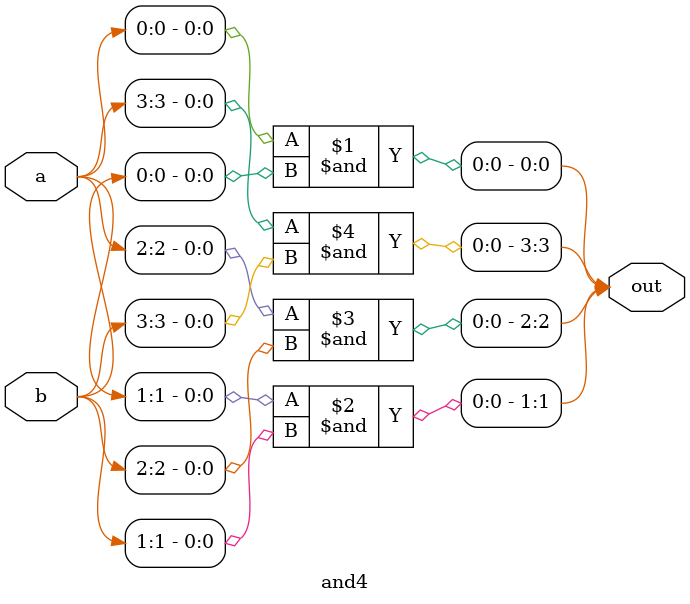
<source format=v>
`timescale 1ns / 1ps


module and4(
    input [3:0] a,
    input [3:0] b,
    output [3:0] out
    );
    and and1 (out[0],a[0],b[0]);
    and and2 (out[1],a[1],b[1]);
    and and3 (out[2],a[2],b[2]);
    and and4 (out[3],a[3],b[3]);
    
endmodule

</source>
